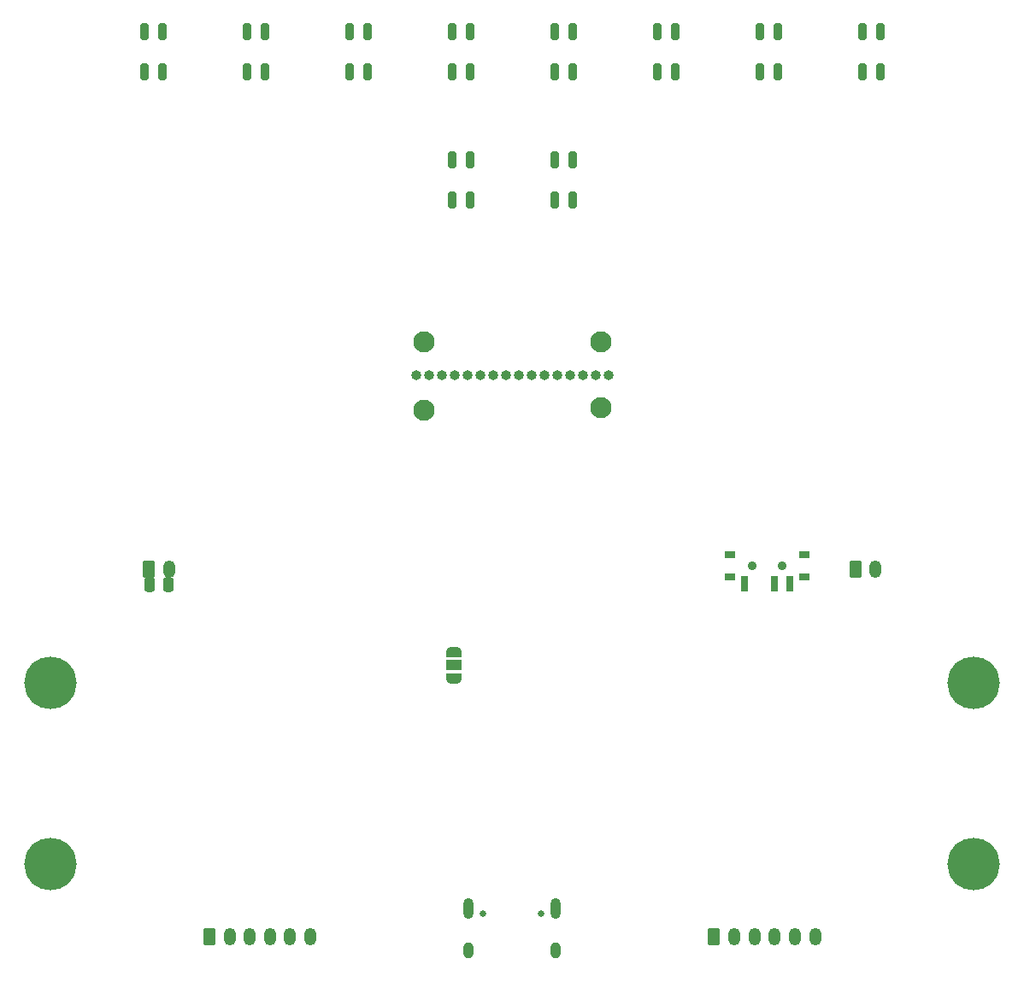
<source format=gbr>
%TF.GenerationSoftware,KiCad,Pcbnew,(7.0.0)*%
%TF.CreationDate,2023-09-26T23:36:23+07:00*%
%TF.ProjectId,Line Tracer F405RGT,4c696e65-2054-4726-9163-657220463430,rev?*%
%TF.SameCoordinates,Original*%
%TF.FileFunction,Soldermask,Bot*%
%TF.FilePolarity,Negative*%
%FSLAX46Y46*%
G04 Gerber Fmt 4.6, Leading zero omitted, Abs format (unit mm)*
G04 Created by KiCad (PCBNEW (7.0.0)) date 2023-09-26 23:36:23*
%MOMM*%
%LPD*%
G01*
G04 APERTURE LIST*
G04 Aperture macros list*
%AMRoundRect*
0 Rectangle with rounded corners*
0 $1 Rounding radius*
0 $2 $3 $4 $5 $6 $7 $8 $9 X,Y pos of 4 corners*
0 Add a 4 corners polygon primitive as box body*
4,1,4,$2,$3,$4,$5,$6,$7,$8,$9,$2,$3,0*
0 Add four circle primitives for the rounded corners*
1,1,$1+$1,$2,$3*
1,1,$1+$1,$4,$5*
1,1,$1+$1,$6,$7*
1,1,$1+$1,$8,$9*
0 Add four rect primitives between the rounded corners*
20,1,$1+$1,$2,$3,$4,$5,0*
20,1,$1+$1,$4,$5,$6,$7,0*
20,1,$1+$1,$6,$7,$8,$9,0*
20,1,$1+$1,$8,$9,$2,$3,0*%
%AMFreePoly0*
4,1,19,0.550000,-0.750000,0.000000,-0.750000,0.000000,-0.744911,-0.071157,-0.744911,-0.207708,-0.704816,-0.327430,-0.627875,-0.420627,-0.520320,-0.479746,-0.390866,-0.500000,-0.250000,-0.500000,0.250000,-0.479746,0.390866,-0.420627,0.520320,-0.327430,0.627875,-0.207708,0.704816,-0.071157,0.744911,0.000000,0.744911,0.000000,0.750000,0.550000,0.750000,0.550000,-0.750000,0.550000,-0.750000,
$1*%
%AMFreePoly1*
4,1,19,0.000000,0.744911,0.071157,0.744911,0.207708,0.704816,0.327430,0.627875,0.420627,0.520320,0.479746,0.390866,0.500000,0.250000,0.500000,-0.250000,0.479746,-0.390866,0.420627,-0.520320,0.327430,-0.627875,0.207708,-0.704816,0.071157,-0.744911,0.000000,-0.744911,0.000000,-0.750000,-0.550000,-0.750000,-0.550000,0.750000,0.000000,0.750000,0.000000,0.744911,0.000000,0.744911,
$1*%
G04 Aperture macros list end*
%ADD10RoundRect,0.250000X-0.350000X-0.625000X0.350000X-0.625000X0.350000X0.625000X-0.350000X0.625000X0*%
%ADD11O,1.200000X1.750000*%
%ADD12C,2.100000*%
%ADD13O,1.000000X1.000000*%
%ADD14C,5.200000*%
%ADD15C,0.650000*%
%ADD16O,1.000000X2.100000*%
%ADD17O,1.000000X1.600000*%
%ADD18RoundRect,0.197500X0.197500X0.632500X-0.197500X0.632500X-0.197500X-0.632500X0.197500X-0.632500X0*%
%ADD19RoundRect,0.197500X-0.197500X-0.632500X0.197500X-0.632500X0.197500X0.632500X-0.197500X0.632500X0*%
%ADD20FreePoly0,270.000000*%
%ADD21R,1.500000X1.000000*%
%ADD22FreePoly1,270.000000*%
%ADD23RoundRect,0.250000X-0.250000X-0.475000X0.250000X-0.475000X0.250000X0.475000X-0.250000X0.475000X0*%
%ADD24R,1.000000X0.800000*%
%ADD25C,0.900000*%
%ADD26R,0.700000X1.500000*%
G04 APERTURE END LIST*
D10*
%TO.C,J3*%
X166050000Y-141800000D03*
D11*
X168049999Y-141799999D03*
X170049999Y-141799999D03*
X172049999Y-141799999D03*
X174049999Y-141799999D03*
X176049999Y-141799999D03*
%TD*%
D12*
%TO.C,REF\u002A\u002A*%
X154800000Y-89350000D03*
%TD*%
D13*
%TO.C,REF\u002A\u002A*%
X136549999Y-86099999D03*
X137819999Y-86099999D03*
X139089999Y-86099999D03*
X140359999Y-86099999D03*
X141629999Y-86099999D03*
X142899999Y-86099999D03*
X144169999Y-86099999D03*
X145439999Y-86099999D03*
X146709999Y-86099999D03*
X147979999Y-86099999D03*
X149249999Y-86099999D03*
X150519999Y-86099999D03*
X151789999Y-86099999D03*
X153059999Y-86099999D03*
X154329999Y-86099999D03*
X155599999Y-86099999D03*
%TD*%
D10*
%TO.C,J9*%
X180050000Y-105350000D03*
D11*
X182049999Y-105349999D03*
%TD*%
D10*
%TO.C,J5*%
X116050000Y-141800000D03*
D11*
X118049999Y-141799999D03*
X120049999Y-141799999D03*
X122049999Y-141799999D03*
X124049999Y-141799999D03*
X126049999Y-141799999D03*
%TD*%
D12*
%TO.C,REF\u002A\u002A*%
X154800000Y-82850000D03*
%TD*%
%TO.C,REF\u002A\u002A*%
X137300000Y-82850000D03*
%TD*%
D10*
%TO.C,J4*%
X110050000Y-105347500D03*
D11*
X112049999Y-105347499D03*
%TD*%
D14*
%TO.C,REF\u002A\u002A*%
X191770000Y-134600000D03*
X191770000Y-116600000D03*
%TD*%
D15*
%TO.C,J1*%
X143160000Y-139481250D03*
X148940000Y-139481250D03*
D16*
X141729999Y-138951249D03*
D17*
X141729999Y-143131249D03*
D16*
X150369999Y-138951249D03*
D17*
X150369999Y-143131249D03*
%TD*%
D12*
%TO.C,REF\u002A\u002A*%
X137300000Y-89600000D03*
%TD*%
D14*
%TO.C,REF\u002A\u002A*%
X100330000Y-116600000D03*
X100330000Y-134600000D03*
%TD*%
D18*
%TO.C,U14*%
X141870000Y-68792500D03*
X141870000Y-64792500D03*
X140070000Y-68792500D03*
X140070000Y-64792500D03*
%TD*%
%TO.C,U10*%
X111390000Y-56100000D03*
X111390000Y-52100000D03*
X109590000Y-56100000D03*
X109590000Y-52100000D03*
%TD*%
D19*
%TO.C,U9*%
X119750000Y-52100000D03*
X119750000Y-56100000D03*
X121550000Y-52100000D03*
X121550000Y-56100000D03*
%TD*%
D20*
%TO.C,JP1*%
X140300000Y-113550000D03*
D21*
X140299999Y-114849999D03*
D22*
X140300000Y-116150000D03*
%TD*%
D19*
%TO.C,U3*%
X180710000Y-52100000D03*
X180710000Y-56100000D03*
X182510000Y-52100000D03*
X182510000Y-56100000D03*
%TD*%
D18*
%TO.C,U8*%
X131710000Y-56100000D03*
X131710000Y-52100000D03*
X129910000Y-56100000D03*
X129910000Y-52100000D03*
%TD*%
D19*
%TO.C,U6*%
X140070000Y-52100000D03*
X140070000Y-56100000D03*
X141870000Y-52100000D03*
X141870000Y-56100000D03*
%TD*%
D18*
%TO.C,U7*%
X172350000Y-56100000D03*
X172350000Y-52100000D03*
X170550000Y-56100000D03*
X170550000Y-52100000D03*
%TD*%
D23*
%TO.C,C17*%
X110100000Y-106850000D03*
X112000000Y-106850000D03*
%TD*%
D18*
%TO.C,U5*%
X152030000Y-56100000D03*
X152030000Y-52100000D03*
X150230000Y-56100000D03*
X150230000Y-52100000D03*
%TD*%
D19*
%TO.C,U12*%
X150230000Y-64792500D03*
X150230000Y-68792500D03*
X152030000Y-64792500D03*
X152030000Y-68792500D03*
%TD*%
D24*
%TO.C,SW1*%
X167649999Y-103919999D03*
X167649999Y-106129999D03*
D25*
X169800000Y-105020000D03*
X172800000Y-105020000D03*
D24*
X174949999Y-103919999D03*
X174949999Y-106129999D03*
D26*
X169049999Y-106779999D03*
X172049999Y-106779999D03*
X173549999Y-106779999D03*
%TD*%
D19*
%TO.C,U4*%
X160390000Y-52100000D03*
X160390000Y-56100000D03*
X162190000Y-52100000D03*
X162190000Y-56100000D03*
%TD*%
M02*

</source>
